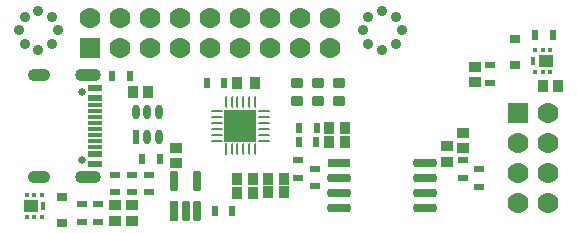
<source format=gbr>
%TF.GenerationSoftware,Altium Limited,Altium Designer,24.10.1 (45)*%
G04 Layer_Color=8388736*
%FSLAX43Y43*%
%MOMM*%
%TF.SameCoordinates,03FC4992-70BC-4192-B68A-594B15B74146*%
%TF.FilePolarity,Negative*%
%TF.FileFunction,Soldermask,Top*%
%TF.Part,Single*%
G01*
G75*
%TA.AperFunction,ConnectorPad*%
%ADD12R,1.150X0.300*%
%ADD13R,1.150X0.600*%
%ADD23R,0.350X0.430*%
%ADD24R,1.250X1.100*%
%ADD25R,0.350X0.660*%
%TA.AperFunction,SMDPad,CuDef*%
%ADD26R,0.350X0.660*%
%ADD27R,0.350X0.430*%
%ADD28R,1.250X1.100*%
%ADD29R,2.700X2.700*%
%ADD30R,0.239X0.979*%
G04:AMPARAMS|DCode=31|XSize=0.979mm|YSize=0.239mm|CornerRadius=0.12mm|HoleSize=0mm|Usage=FLASHONLY|Rotation=90.000|XOffset=0mm|YOffset=0mm|HoleType=Round|Shape=RoundedRectangle|*
%AMROUNDEDRECTD31*
21,1,0.979,0.000,0,0,90.0*
21,1,0.740,0.239,0,0,90.0*
1,1,0.239,0.000,0.370*
1,1,0.239,0.000,-0.370*
1,1,0.239,0.000,-0.370*
1,1,0.239,0.000,0.370*
%
%ADD31ROUNDEDRECTD31*%
G04:AMPARAMS|DCode=32|XSize=0.239mm|YSize=0.979mm|CornerRadius=0.12mm|HoleSize=0mm|Usage=FLASHONLY|Rotation=90.000|XOffset=0mm|YOffset=0mm|HoleType=Round|Shape=RoundedRectangle|*
%AMROUNDEDRECTD32*
21,1,0.239,0.740,0,0,90.0*
21,1,0.000,0.979,0,0,90.0*
1,1,0.239,0.370,0.000*
1,1,0.239,0.370,0.000*
1,1,0.239,-0.370,0.000*
1,1,0.239,-0.370,0.000*
%
%ADD32ROUNDEDRECTD32*%
%TA.AperFunction,ComponentPad*%
%ADD50C,0.650*%
%TA.AperFunction,ViaPad*%
%ADD57C,0.600*%
%TA.AperFunction,ComponentPad*%
%ADD67O,1.876X1.076*%
%ADD68O,2.176X1.076*%
G04:AMPARAMS|DCode=69|XSize=1.776mm|YSize=1.776mm|CornerRadius=0.888mm|HoleSize=0mm|Usage=FLASHONLY|Rotation=90.000|XOffset=0mm|YOffset=0mm|HoleType=Round|Shape=RoundedRectangle|*
%AMROUNDEDRECTD69*
21,1,1.776,0.000,0,0,90.0*
21,1,0.000,1.776,0,0,90.0*
1,1,1.776,0.000,0.000*
1,1,1.776,0.000,0.000*
1,1,1.776,0.000,0.000*
1,1,1.776,0.000,0.000*
%
%ADD69ROUNDEDRECTD69*%
%ADD70R,1.776X1.776*%
G04:AMPARAMS|DCode=71|XSize=1.776mm|YSize=1.776mm|CornerRadius=0.888mm|HoleSize=0mm|Usage=FLASHONLY|Rotation=0.000|XOffset=0mm|YOffset=0mm|HoleType=Round|Shape=RoundedRectangle|*
%AMROUNDEDRECTD71*
21,1,1.776,0.000,0,0,0.0*
21,1,0.000,1.776,0,0,0.0*
1,1,1.776,0.000,0.000*
1,1,1.776,0.000,0.000*
1,1,1.776,0.000,0.000*
1,1,1.776,0.000,0.000*
%
%ADD71ROUNDEDRECTD71*%
%ADD72R,1.776X1.776*%
%ADD73C,0.876*%
%TA.AperFunction,ConnectorPad*%
%ADD74R,1.226X0.376*%
%TA.AperFunction,SMDPad,CuDef*%
G04:AMPARAMS|DCode=75|XSize=0.726mm|YSize=1.676mm|CornerRadius=0.152mm|HoleSize=0mm|Usage=FLASHONLY|Rotation=180.000|XOffset=0mm|YOffset=0mm|HoleType=Round|Shape=RoundedRectangle|*
%AMROUNDEDRECTD75*
21,1,0.726,1.373,0,0,180.0*
21,1,0.422,1.676,0,0,180.0*
1,1,0.304,-0.211,0.686*
1,1,0.304,0.211,0.686*
1,1,0.304,0.211,-0.686*
1,1,0.304,-0.211,-0.686*
%
%ADD75ROUNDEDRECTD75*%
%ADD76R,0.726X1.676*%
G04:AMPARAMS|DCode=77|XSize=1.232mm|YSize=0.612mm|CornerRadius=0.306mm|HoleSize=0mm|Usage=FLASHONLY|Rotation=90.000|XOffset=0mm|YOffset=0mm|HoleType=Round|Shape=RoundedRectangle|*
%AMROUNDEDRECTD77*
21,1,1.232,0.000,0,0,90.0*
21,1,0.620,0.612,0,0,90.0*
1,1,0.612,0.000,0.310*
1,1,0.612,0.000,-0.310*
1,1,0.612,0.000,-0.310*
1,1,0.612,0.000,0.310*
%
%ADD77ROUNDEDRECTD77*%
%ADD78R,0.612X1.232*%
G04:AMPARAMS|DCode=79|XSize=0.726mm|YSize=1.976mm|CornerRadius=0.201mm|HoleSize=0mm|Usage=FLASHONLY|Rotation=90.000|XOffset=0mm|YOffset=0mm|HoleType=Round|Shape=RoundedRectangle|*
%AMROUNDEDRECTD79*
21,1,0.726,1.575,0,0,90.0*
21,1,0.325,1.976,0,0,90.0*
1,1,0.401,0.788,0.163*
1,1,0.401,0.788,-0.163*
1,1,0.401,-0.788,-0.163*
1,1,0.401,-0.788,0.163*
%
%ADD79ROUNDEDRECTD79*%
%ADD80R,1.976X0.726*%
%ADD81R,0.906X0.701*%
%ADD82R,0.576X0.876*%
G04:AMPARAMS|DCode=83|XSize=0.876mm|YSize=1.076mm|CornerRadius=0.138mm|HoleSize=0mm|Usage=FLASHONLY|Rotation=90.000|XOffset=0mm|YOffset=0mm|HoleType=Round|Shape=RoundedRectangle|*
%AMROUNDEDRECTD83*
21,1,0.876,0.800,0,0,90.0*
21,1,0.600,1.076,0,0,90.0*
1,1,0.276,0.400,0.300*
1,1,0.276,0.400,-0.300*
1,1,0.276,-0.400,-0.300*
1,1,0.276,-0.400,0.300*
%
%ADD83ROUNDEDRECTD83*%
%ADD84R,0.876X0.976*%
%ADD85R,0.976X0.876*%
%ADD86R,0.876X0.576*%
%TA.AperFunction,ConnectorPad*%
%ADD87R,0.906X0.701*%
D12*
X7677Y8250D02*
D03*
Y7250D02*
D03*
Y10750D02*
D03*
Y9250D02*
D03*
Y8750D02*
D03*
Y10250D02*
D03*
Y9750D02*
D03*
D13*
Y6600D02*
D03*
Y5800D02*
D03*
Y11400D02*
D03*
Y12200D02*
D03*
D23*
X1893Y1295D02*
D03*
Y3165D02*
D03*
X2543Y1295D02*
D03*
X3193D02*
D03*
X2543Y3165D02*
D03*
X3193D02*
D03*
D24*
X2258Y2230D02*
D03*
D25*
X3318D02*
D03*
D26*
X44812Y14503D02*
D03*
D27*
X44937Y15438D02*
D03*
Y13568D02*
D03*
X45587D02*
D03*
X46237D02*
D03*
X45587Y15438D02*
D03*
X46237D02*
D03*
D28*
X45872Y14503D02*
D03*
D29*
X20000Y9000D02*
D03*
D30*
X18750Y7010D02*
D03*
D31*
X19250D02*
D03*
X19750D02*
D03*
X20250D02*
D03*
X20750D02*
D03*
X21250D02*
D03*
Y10989D02*
D03*
X20750D02*
D03*
X20250D02*
D03*
X19750D02*
D03*
X19250D02*
D03*
X18750D02*
D03*
D32*
X21990Y7750D02*
D03*
Y8250D02*
D03*
Y8750D02*
D03*
Y9250D02*
D03*
Y9750D02*
D03*
Y10250D02*
D03*
X18010D02*
D03*
Y9750D02*
D03*
Y9250D02*
D03*
Y8750D02*
D03*
Y8250D02*
D03*
Y7750D02*
D03*
D50*
X6602Y6110D02*
D03*
Y11890D02*
D03*
D57*
X21026Y7992D02*
D03*
X18969Y7967D02*
D03*
X21031Y10033D02*
D03*
X18974Y10008D02*
D03*
X20000Y9000D02*
D03*
D67*
X2922Y4680D02*
D03*
Y13320D02*
D03*
D68*
X7102Y4680D02*
D03*
Y13320D02*
D03*
D69*
X7300Y18140D02*
D03*
X9840Y15600D02*
D03*
X20000D02*
D03*
X22540D02*
D03*
X14920D02*
D03*
X17460D02*
D03*
X25080D02*
D03*
X27620D02*
D03*
X12380D02*
D03*
X17460Y18140D02*
D03*
X9840D02*
D03*
X14920D02*
D03*
X12380D02*
D03*
X27620D02*
D03*
X20000D02*
D03*
X25080D02*
D03*
X22540D02*
D03*
D70*
X7300Y15600D02*
D03*
D71*
X43485Y7544D02*
D03*
Y2464D02*
D03*
Y5004D02*
D03*
X46025D02*
D03*
Y2464D02*
D03*
Y10084D02*
D03*
Y7544D02*
D03*
D72*
X43485Y10084D02*
D03*
D73*
X30833Y15933D02*
D03*
X30350Y17100D02*
D03*
X32000Y15450D02*
D03*
X33167Y15933D02*
D03*
X30833Y18267D02*
D03*
X32000Y18750D02*
D03*
X33650Y17100D02*
D03*
X33167Y18267D02*
D03*
X1733Y15933D02*
D03*
X1250Y17100D02*
D03*
X2900Y15450D02*
D03*
X4067Y15933D02*
D03*
X1733Y18267D02*
D03*
X2900Y18750D02*
D03*
X4550Y17100D02*
D03*
X4067Y18267D02*
D03*
D74*
X7677Y7750D02*
D03*
D75*
X15356Y1833D02*
D03*
X16306D02*
D03*
X14406Y4333D02*
D03*
X16306D02*
D03*
D76*
X14406Y1833D02*
D03*
D77*
X13073Y8025D02*
D03*
X12123D02*
D03*
X11173Y10175D02*
D03*
X12123D02*
D03*
X13073D02*
D03*
D78*
X11173Y8025D02*
D03*
D79*
X28350Y4635D02*
D03*
Y3365D02*
D03*
Y2095D02*
D03*
X35650D02*
D03*
Y3365D02*
D03*
Y4635D02*
D03*
Y5905D02*
D03*
D80*
X28350D02*
D03*
D81*
X43231Y14153D02*
D03*
Y16378D02*
D03*
D82*
X44945Y16662D02*
D03*
X46445D02*
D03*
X9158Y13244D02*
D03*
X10658D02*
D03*
X24955Y8839D02*
D03*
X26455D02*
D03*
X24929Y7645D02*
D03*
X26429D02*
D03*
X17132Y12627D02*
D03*
X18632D02*
D03*
X11664Y6242D02*
D03*
X13164D02*
D03*
X17817Y1833D02*
D03*
X19317D02*
D03*
D83*
X28372Y11120D02*
D03*
Y12620D02*
D03*
X26581Y11120D02*
D03*
Y12620D02*
D03*
X24790Y11120D02*
D03*
Y12620D02*
D03*
D84*
X19722Y12627D02*
D03*
X21222D02*
D03*
X45603Y12344D02*
D03*
X46903D02*
D03*
X22362Y3371D02*
D03*
X23662D02*
D03*
X10894Y11878D02*
D03*
X12194D02*
D03*
X19746Y3320D02*
D03*
X21046D02*
D03*
X22362Y4547D02*
D03*
X23662D02*
D03*
X27519Y8839D02*
D03*
X28819D02*
D03*
X27519Y7645D02*
D03*
X28819D02*
D03*
X19746Y4496D02*
D03*
X21046D02*
D03*
D85*
X9393Y994D02*
D03*
Y2294D02*
D03*
X14580Y5852D02*
D03*
Y7152D02*
D03*
X10827Y994D02*
D03*
Y2294D02*
D03*
X37465Y5979D02*
D03*
Y7279D02*
D03*
X38811Y7097D02*
D03*
Y8397D02*
D03*
X39903Y12710D02*
D03*
Y14010D02*
D03*
D86*
X7960Y888D02*
D03*
Y2388D02*
D03*
X9424Y3371D02*
D03*
Y4871D02*
D03*
X6570Y888D02*
D03*
Y2388D02*
D03*
X12261Y3371D02*
D03*
Y4871D02*
D03*
X10827Y3371D02*
D03*
Y4871D02*
D03*
X26289Y3898D02*
D03*
Y5398D02*
D03*
X24917Y4635D02*
D03*
Y6135D02*
D03*
X38811Y4635D02*
D03*
Y6135D02*
D03*
X40192Y3856D02*
D03*
Y5356D02*
D03*
X41148Y12636D02*
D03*
Y14136D02*
D03*
D87*
X4938Y759D02*
D03*
Y2984D02*
D03*
%TF.MD5,b1e07c0cfb299ac5d421351a73a68d03*%
M02*

</source>
